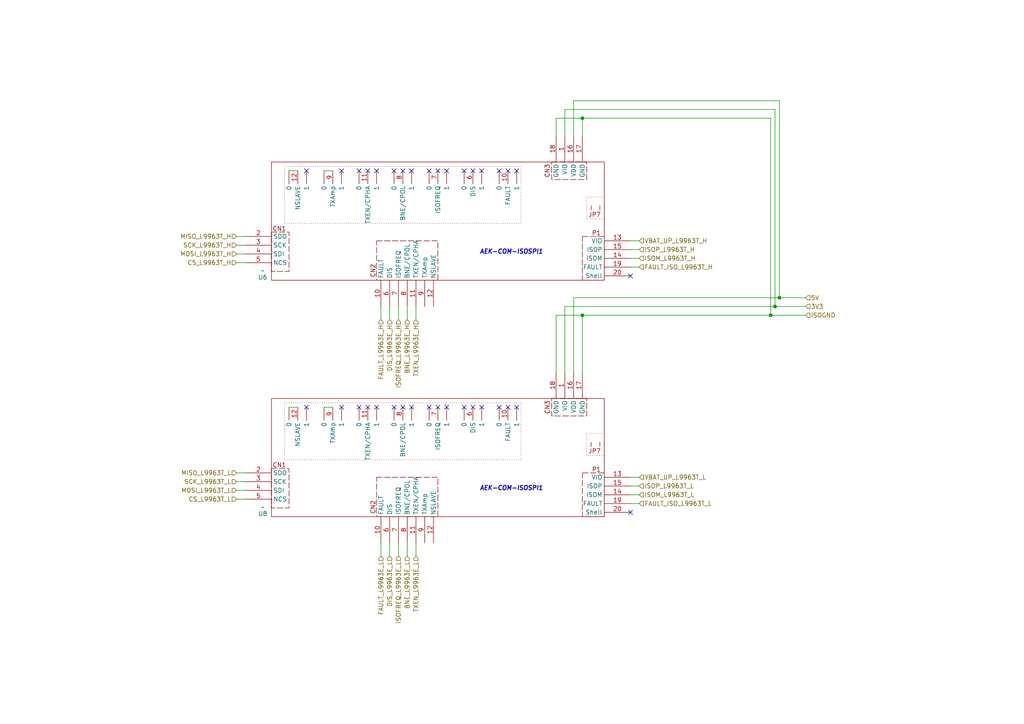
<source format=kicad_sch>
(kicad_sch (version 20250114) (generator "eeschema") (generator_version "9.0")
  (paper "A4")
  (title_block (title "Transceiver connections") (date "2025-09-20") (rev "6.0"))
  (lib_symbols
    (symbol "AEK-COM-ISOSPI1_1"
      (property "Reference" "U" (at -43.434 35.814 0))
      (symbol "AEK-COM-ISOSPI1_1_0_1"
        (rectangle (start -85.09 20.32) (end -16.51 3.81) (stroke (width 0) (type dot)))
        (rectangle (start 2.54 11.43) (end 7.62 5.08) (stroke (width 0) (type dot)))
        (pin input line (at -81.28 19.05 270) (length 3.81) (name "NSLAVE") (number "12"))
        (pin input line (at -60.96 19.05 270) (length 3.81) (name "TXEN/CPHA") (number "11"))
        (pin input line (at -54.61 -20.32 90) (length 7.62) (name "DIS") (number "6"))
        (pin input line (at -52.07 -20.32 90) (length 7.62) (name "ISOFREQ") (number "7"))
        (pin input line (at -50.8 19.05 270) (length 3.81) (name "BNE/CPOL") (number "8"))
        (pin input line (at -49.53 -20.32 90) (length 7.62) (name "BNE/CPOL") (number "8"))
        (pin input line (at -46.99 -20.32 90) (length 7.62) (name "TXEN/CPHA") (number "11"))
        (pin input line (at -41.91 -20.32 90) (length 7.62) (name "NSLAVE") (number "12"))
        (pin input line (at -40.64 19.05 270) (length 3.81) (name "ISOFREQ") (number "7"))
        (pin input line (at -30.48 19.05 270) (length 3.81) (name "DIS") (number "6"))
        (pin power_in line (at -3.81 29.21 270) (length 7.62) (name "VIO") (number "1"))
        (pin power_in line (at -1.27 29.21 270) (length 7.62) (name "VDD") (number "16"))
      )
      (symbol "AEK-COM-ISOSPI1_1_1_1"
        (rectangle (start -88.9 21.59) (end 7.62 -12.7))
        (rectangle (start -83.82 -10.16) (end -88.9 1.27) (stroke (width 0) (type dash)))
        (rectangle (start -40.64 -12.7) (end -58.42 -1.27) (stroke (width 0) (type dash)))
        (rectangle (start 1.27 -12.7) (end 7.62 0) (stroke (width 0) (type dash)))
        (rectangle (start 2.54 16.51) (end -7.62 21.59) (stroke (width 0) (type dash)))
        (text "CN1" (at -86.614 2.286 0) (effects (font (size 1.27 1.27))))
        (text "CN2\n" (at -59.436 -9.906 900) (effects (font (size 1.27 1.27))))
        (text "AEK-COM-ISOSPI1\n\n" (at -19.304 -5.334 0) (effects (font (size 1.27 1.27) (bold yes) (italic yes))))
        (text "CN3\n" (at -8.89 19.05 900) (effects (font (size 1.27 1.27))))
        (text "JP7" (at 4.826 6.35 0) (effects (font (size 1.27 1.27))))
        (text "P1" (at 5.334 1.016 0) (effects (font (size 1.27 1.27))))
        (pin output line (at -96.52 0 0) (length 7.62) (name "SDO") (number "2"))
        (pin input line (at -96.52 -2.54 0) (length 7.62) (name "SCK") (number "3"))
        (pin input line (at -96.52 -5.08 0) (length 7.62) (name "SDI") (number "4"))
        (pin input line (at -96.52 -7.62 0) (length 7.62) (name "NCS") (number "5"))
        (pin output line (at -83.82 19.05 270) (length 3.81) (name "0") (number ""))
        (pin output line (at -78.74 19.05 270) (length 3.81) (name "1") (number ""))
        (pin output line (at -73.66 19.05 270) (length 3.81) (name "0") (number ""))
        (pin input line (at -71.12 19.05 270) (length 3.81) (name "TXAmp") (number "9"))
        (pin output line (at -68.58 19.05 270) (length 3.81) (name "1") (number ""))
        (pin output line (at -63.5 19.05 270) (length 3.81) (name "0") (number ""))
        (pin output line (at -58.42 19.05 270) (length 3.81) (name "1") (number ""))
        (pin input line (at -57.15 -20.32 90) (length 7.62) (name "FAULT") (number "10"))
        (pin output line (at -53.34 19.05 270) (length 3.81) (name "0") (number ""))
        (pin output line (at -48.26 19.05 270) (length 3.81) (name "1") (number ""))
        (pin input line (at -44.45 -20.32 90) (length 7.62) (name "TXAmp") (number "9"))
        (pin output line (at -43.18 19.05 270) (length 3.81) (name "0") (number ""))
        (pin output line (at -38.1 19.05 270) (length 3.81) (name "1") (number ""))
        (pin output line (at -33.02 19.05 270) (length 3.81) (name "0") (number ""))
        (pin output line (at -27.94 19.05 270) (length 3.81) (name "1") (number ""))
        (pin output line (at -22.86 19.05 270) (length 3.81) (name "0") (number ""))
        (pin input line (at -20.32 19.05 270) (length 3.81) (name "FAULT") (number "10"))
        (pin output line (at -17.78 19.05 270) (length 3.81) (name "1") (number ""))
        (pin power_out line (at -6.35 29.21 270) (length 7.62) (name "GND") (number "18"))
        (pin power_out line (at 1.27 29.21 270) (length 7.62) (name "GND") (number "17"))
        (pin input line (at 3.81 8.89 270) (length 1.27) (name "") (number ""))
        (pin output line (at 6.35 8.89 270) (length 1.27) (name "") (number ""))
        (pin power_in line (at 15.24 -1.27 180) (length 7.62) (name "VIO") (number "13"))
        (pin bidirectional line (at 15.24 -3.81 180) (length 7.62) (name "ISOP") (number "15"))
        (pin bidirectional line (at 15.24 -6.35 180) (length 7.62) (name "ISOM") (number "14"))
        (pin power_in line (at 15.24 -8.89 180) (length 7.62) (name "FAULT") (number "19"))
        (pin power_out line (at 15.24 -11.43 180) (length 7.62) (name "Shell") (number "20"))
      )
    )
    (symbol "AEK-COM-ISOSPI1_3"
      (property "Reference" "U" (at -43.434 35.814 0))
      (symbol "AEK-COM-ISOSPI1_3_0_1"
        (rectangle (start -85.09 20.32) (end -16.51 3.81) (stroke (width 0) (type dot)))
        (rectangle (start 2.54 11.43) (end 7.62 5.08) (stroke (width 0) (type dot)))
        (pin input line (at -81.28 19.05 270) (length 3.81) (name "NSLAVE") (number "12"))
        (pin input line (at -60.96 19.05 270) (length 3.81) (name "TXEN/CPHA") (number "11"))
        (pin input line (at -54.61 -20.32 90) (length 7.62) (name "DIS") (number "6"))
        (pin input line (at -52.07 -20.32 90) (length 7.62) (name "ISOFREQ") (number "7"))
        (pin input line (at -50.8 19.05 270) (length 3.81) (name "BNE/CPOL") (number "8"))
        (pin input line (at -49.53 -20.32 90) (length 7.62) (name "BNE/CPOL") (number "8"))
        (pin input line (at -46.99 -20.32 90) (length 7.62) (name "TXEN/CPHA") (number "11"))
        (pin input line (at -41.91 -20.32 90) (length 7.62) (name "NSLAVE") (number "12"))
        (pin input line (at -40.64 19.05 270) (length 3.81) (name "ISOFREQ") (number "7"))
        (pin input line (at -30.48 19.05 270) (length 3.81) (name "DIS") (number "6"))
        (pin power_in line (at -3.81 29.21 270) (length 7.62) (name "VIO") (number "1"))
        (pin power_in line (at -1.27 29.21 270) (length 7.62) (name "VDD") (number "16"))
      )
      (symbol "AEK-COM-ISOSPI1_3_1_1"
        (rectangle (start -88.9 21.59) (end 7.62 -12.7))
        (rectangle (start -83.82 -10.16) (end -88.9 1.27) (stroke (width 0) (type dash)))
        (rectangle (start -40.64 -12.7) (end -58.42 -1.27) (stroke (width 0) (type dash)))
        (rectangle (start 1.27 -12.7) (end 7.62 0) (stroke (width 0) (type dash)))
        (rectangle (start 2.54 16.51) (end -7.62 21.59) (stroke (width 0) (type dash)))
        (text "CN1" (at -86.614 2.286 0) (effects (font (size 1.27 1.27))))
        (text "CN2\n" (at -59.436 -9.906 900) (effects (font (size 1.27 1.27))))
        (text "AEK-COM-ISOSPI1\n\n" (at -19.304 -5.334 0) (effects (font (size 1.27 1.27) (bold yes) (italic yes))))
        (text "CN3\n" (at -8.89 19.05 900) (effects (font (size 1.27 1.27))))
        (text "JP7" (at 4.826 6.35 0) (effects (font (size 1.27 1.27))))
        (text "P1" (at 5.334 1.016 0) (effects (font (size 1.27 1.27))))
        (pin output line (at -96.52 0 0) (length 7.62) (name "SDO") (number "2"))
        (pin input line (at -96.52 -2.54 0) (length 7.62) (name "SCK") (number "3"))
        (pin input line (at -96.52 -5.08 0) (length 7.62) (name "SDI") (number "4"))
        (pin input line (at -96.52 -7.62 0) (length 7.62) (name "NCS") (number "5"))
        (pin output line (at -83.82 19.05 270) (length 3.81) (name "0") (number ""))
        (pin output line (at -78.74 19.05 270) (length 3.81) (name "1") (number ""))
        (pin output line (at -73.66 19.05 270) (length 3.81) (name "0") (number ""))
        (pin input line (at -71.12 19.05 270) (length 3.81) (name "TXAmp") (number "9"))
        (pin output line (at -68.58 19.05 270) (length 3.81) (name "1") (number ""))
        (pin output line (at -63.5 19.05 270) (length 3.81) (name "0") (number ""))
        (pin output line (at -58.42 19.05 270) (length 3.81) (name "1") (number ""))
        (pin input line (at -57.15 -20.32 90) (length 7.62) (name "FAULT") (number "10"))
        (pin output line (at -53.34 19.05 270) (length 3.81) (name "0") (number ""))
        (pin output line (at -48.26 19.05 270) (length 3.81) (name "1") (number ""))
        (pin input line (at -44.45 -20.32 90) (length 7.62) (name "TXAmp") (number "9"))
        (pin output line (at -43.18 19.05 270) (length 3.81) (name "0") (number ""))
        (pin output line (at -38.1 19.05 270) (length 3.81) (name "1") (number ""))
        (pin output line (at -33.02 19.05 270) (length 3.81) (name "0") (number ""))
        (pin output line (at -27.94 19.05 270) (length 3.81) (name "1") (number ""))
        (pin output line (at -22.86 19.05 270) (length 3.81) (name "0") (number ""))
        (pin input line (at -20.32 19.05 270) (length 3.81) (name "FAULT") (number "10"))
        (pin output line (at -17.78 19.05 270) (length 3.81) (name "1") (number ""))
        (pin power_out line (at -6.35 29.21 270) (length 7.62) (name "GND") (number "18"))
        (pin power_out line (at 1.27 29.21 270) (length 7.62) (name "GND") (number "17"))
        (pin input line (at 3.81 8.89 270) (length 1.27) (name "") (number ""))
        (pin output line (at 6.35 8.89 270) (length 1.27) (name "") (number ""))
        (pin power_in line (at 15.24 -1.27 180) (length 7.62) (name "VIO") (number "13"))
        (pin bidirectional line (at 15.24 -3.81 180) (length 7.62) (name "ISOP") (number "15"))
        (pin bidirectional line (at 15.24 -6.35 180) (length 7.62) (name "ISOM") (number "14"))
        (pin power_in line (at 15.24 -8.89 180) (length 7.62) (name "FAULT") (number "19"))
        (pin power_out line (at 15.24 -11.43 180) (length 7.62) (name "Shell") (number "20"))
      )
    )
  )
  (junction (at 224.79 88.9))
  (junction (at 226.06 86.36))
  (junction (at 168.91 91.44))
  (junction (at 168.91 34.29))
  (junction (at 223.52 91.44))
  (no_connect (at 99.06 49.53))
  (no_connect (at 129.54 118.11))
  (no_connect (at 104.14 118.11))
  (no_connect (at 144.78 49.53))
  (no_connect (at 182.88 148.59))
  (no_connect (at 116.84 118.11))
  (no_connect (at 114.3 118.11))
  (no_connect (at 114.3 49.53))
  (no_connect (at 106.68 118.11))
  (no_connect (at 109.22 49.53))
  (no_connect (at 129.54 49.53))
  (no_connect (at 88.9 49.53))
  (no_connect (at 139.7 49.53))
  (no_connect (at 149.86 49.53))
  (no_connect (at 127 118.11))
  (no_connect (at 137.16 118.11))
  (no_connect (at 106.68 49.53))
  (no_connect (at 147.32 49.53))
  (no_connect (at 116.84 49.53))
  (no_connect (at 134.62 49.53))
  (no_connect (at 124.46 118.11))
  (no_connect (at 139.7 118.11))
  (no_connect (at 119.38 118.11))
  (no_connect (at 109.22 118.11))
  (no_connect (at 147.32 118.11))
  (no_connect (at 127 49.53))
  (no_connect (at 182.88 80.01))
  (no_connect (at 99.06 118.11))
  (no_connect (at 144.78 118.11))
  (no_connect (at 88.9 118.11))
  (no_connect (at 119.38 49.53))
  (no_connect (at 137.16 49.53))
  (no_connect (at 149.86 118.11))
  (no_connect (at 104.14 49.53))
  (no_connect (at 124.46 49.53))
  (no_connect (at 134.62 118.11))
  (wire (pts (xy 226.06 29.21) (xy 226.06 86.36)))
  (wire (pts (xy 96.52 49.53) (xy 93.98 49.53)))
  (wire (pts (xy 115.57 161.29) (xy 115.57 157.48)))
  (wire (pts (xy 163.83 31.75) (xy 224.79 31.75)))
  (wire (pts (xy 223.52 34.29) (xy 223.52 91.44)))
  (wire (pts (xy 68.58 71.12) (xy 71.12 71.12)))
  (wire (pts (xy 233.68 88.9) (xy 224.79 88.9)))
  (wire (pts (xy 118.11 92.71) (xy 118.11 88.9)))
  (wire (pts (xy 166.37 39.37) (xy 166.37 29.21)))
  (wire (pts (xy 185.42 146.05) (xy 182.88 146.05)))
  (wire (pts (xy 110.49 161.29) (xy 110.49 157.48)))
  (wire (pts (xy 110.49 92.71) (xy 110.49 88.9)))
  (wire (pts (xy 224.79 88.9) (xy 224.79 31.75)))
  (wire (pts (xy 185.42 140.97) (xy 182.88 140.97)))
  (wire (pts (xy 163.83 88.9) (xy 163.83 107.95)))
  (wire (pts (xy 68.58 142.24) (xy 71.12 142.24)))
  (wire (pts (xy 168.91 34.29) (xy 223.52 34.29)))
  (wire (pts (xy 113.03 92.71) (xy 113.03 88.9)))
  (wire (pts (xy 168.91 107.95) (xy 168.91 91.44)))
  (wire (pts (xy 161.29 91.44) (xy 161.29 107.95)))
  (wire (pts (xy 226.06 86.36) (xy 233.68 86.36)))
  (wire (pts (xy 166.37 107.95) (xy 166.37 86.36)))
  (wire (pts (xy 168.91 34.29) (xy 161.29 34.29)))
  (wire (pts (xy 68.58 139.7) (xy 71.12 139.7)))
  (wire (pts (xy 168.91 91.44) (xy 161.29 91.44)))
  (wire (pts (xy 185.42 72.39) (xy 182.88 72.39)))
  (wire (pts (xy 96.52 118.11) (xy 93.98 118.11)))
  (wire (pts (xy 185.42 74.93) (xy 182.88 74.93)))
  (wire (pts (xy 168.91 39.37) (xy 168.91 34.29)))
  (wire (pts (xy 118.11 161.29) (xy 118.11 157.48)))
  (wire (pts (xy 185.42 138.43) (xy 182.88 138.43)))
  (wire (pts (xy 166.37 86.36) (xy 226.06 86.36)))
  (wire (pts (xy 168.91 91.44) (xy 223.52 91.44)))
  (wire (pts (xy 68.58 76.2) (xy 71.12 76.2)))
  (wire (pts (xy 115.57 92.71) (xy 115.57 88.9)))
  (wire (pts (xy 120.65 161.29) (xy 120.65 157.48)))
  (wire (pts (xy 68.58 68.58) (xy 71.12 68.58)))
  (wire (pts (xy 161.29 34.29) (xy 161.29 39.37)))
  (wire (pts (xy 68.58 144.78) (xy 71.12 144.78)))
  (wire (pts (xy 113.03 161.29) (xy 113.03 157.48)))
  (wire (pts (xy 163.83 31.75) (xy 163.83 39.37)))
  (wire (pts (xy 185.42 143.51) (xy 182.88 143.51)))
  (wire (pts (xy 86.36 49.53) (xy 83.82 49.53)))
  (wire (pts (xy 86.36 118.11) (xy 83.82 118.11)))
  (wire (pts (xy 166.37 29.21) (xy 226.06 29.21)))
  (wire (pts (xy 185.42 77.47) (xy 182.88 77.47)))
  (wire (pts (xy 223.52 91.44) (xy 233.68 91.44)))
  (wire (pts (xy 68.58 137.16) (xy 71.12 137.16)))
  (wire (pts (xy 120.65 92.71) (xy 120.65 88.9)))
  (wire (pts (xy 224.79 88.9) (xy 163.83 88.9)))
  (wire (pts (xy 68.58 73.66) (xy 71.12 73.66)))
  (wire (pts (xy 185.42 69.85) (xy 182.88 69.85)))
  (global_label "FAULT_L9963T_1" (shape input) (at -36.83 109.22 270) (property "Intersheetrefs" "${INTERSHEET_REFS}" (effects (hide yes))))
  (global_label "BNE{slash}CPOL_L9963T_1" (shape input) (at -29.21 109.22 270) (property "Intersheetrefs" "${INTERSHEET_REFS}" (effects (hide yes))))
  (global_label "FAULT_L9963T_2" (shape input) (at -38.1 152.4 270) (property "Intersheetrefs" "${INTERSHEET_REFS}" (effects (hide yes))))
  (global_label "NSLAVE_L9963T_2" (shape input) (at -22.86 152.4 270) (property "Intersheetrefs" "${INTERSHEET_REFS}" (effects (hide yes))))
  (global_label "TXEN{slash}CPHA_L9963T_1" (shape input) (at -26.67 109.22 270) (property "Intersheetrefs" "${INTERSHEET_REFS}" (effects (hide yes))))
  (global_label "TXAmp_L9963T_2" (shape input) (at -25.4 152.4 270) (property "Intersheetrefs" "${INTERSHEET_REFS}" (effects (hide yes))))
  (global_label "NSLAVE_L9963T_1" (shape input) (at -21.59 109.22 270) (property "Intersheetrefs" "${INTERSHEET_REFS}" (effects (hide yes))))
  (global_label "ISOFreq_L9963T_2" (shape input) (at -33.02 152.4 270) (property "Intersheetrefs" "${INTERSHEET_REFS}" (effects (hide yes))))
  (global_label "TXAmp_L9963T_1" (shape input) (at -24.13 109.22 270) (property "Intersheetrefs" "${INTERSHEET_REFS}" (effects (hide yes))))
  (global_label "DIS_L9963T_1" (shape input) (at -34.29 109.22 270) (property "Intersheetrefs" "${INTERSHEET_REFS}" (effects (hide yes))))
  (global_label "ISOFreq_L9963T_1" (shape input) (at -31.75 109.22 270) (property "Intersheetrefs" "${INTERSHEET_REFS}" (effects (hide yes))))
  (global_label "BNE{slash}CPOL_L9963T_2" (shape input) (at -30.48 152.4 270) (property "Intersheetrefs" "${INTERSHEET_REFS}" (effects (hide yes))))
  (global_label "DIS_L9963T_2" (shape input) (at -35.56 152.4 270) (property "Intersheetrefs" "${INTERSHEET_REFS}" (effects (hide yes))))
  (global_label "TXEN{slash}CPHA_L9963T_2" (shape input) (at -27.94 152.4 270) (property "Intersheetrefs" "${INTERSHEET_REFS}" (effects (hide yes))))
  (hierarchical_label "ISOFREQ_L9963E_L" (shape input) (at 115.57 161.29 270))
  (hierarchical_label "TXEN_L9963E_L" (shape input) (at 120.65 161.29 270))
  (hierarchical_label "5V" (shape input) (at 233.68 86.36 0))
  (hierarchical_label "ISOGND" (shape input) (at 233.68 91.44 0))
  (hierarchical_label "SCK_L9963T_L" (shape input) (at 68.58 139.7 180))
  (hierarchical_label "FAULT_L9963E_L" (shape input) (at 110.49 161.29 270))
  (hierarchical_label "ISOP_L9963T_L" (shape input) (at 185.42 140.97 0))
  (hierarchical_label "MOSI_L9963T_L" (shape input) (at 68.58 142.24 180))
  (hierarchical_label "MOSI_L9963T_H" (shape input) (at 68.58 73.66 180))
  (hierarchical_label "DIS_L9963E_H" (shape input) (at 113.03 92.71 270))
  (hierarchical_label "FAULT_ISO_L9963T_L" (shape input) (at 185.42 146.05 0))
  (hierarchical_label "ISOM_L9963T_L" (shape input) (at 185.42 143.51 0))
  (hierarchical_label "BNE_L9963E_H" (shape input) (at 118.11 92.71 270))
  (hierarchical_label "SCK_L9963T_H" (shape input) (at 68.58 71.12 180))
  (hierarchical_label "3V3" (shape input) (at 233.68 88.9 0))
  (hierarchical_label "BNE_L9963E_L" (shape input) (at 118.11 161.29 270))
  (hierarchical_label "VBAT_UP_L9963T_H" (shape input) (at 185.42 69.85 0))
  (hierarchical_label "ISOFREQ_L9963E_H" (shape input) (at 115.57 92.71 270))
  (hierarchical_label "FAULT_ISO_L9963T_H" (shape input) (at 185.42 77.47 0))
  (hierarchical_label "ISOM_L9963T_H" (shape input) (at 185.42 74.93 0))
  (hierarchical_label "DIS_L9963E_L" (shape input) (at 113.03 161.29 270))
  (hierarchical_label "TXEN_L9963E_H" (shape input) (at 120.65 92.71 270))
  (hierarchical_label "CS_L9963T_L" (shape input) (at 68.58 144.78 180))
  (hierarchical_label "CS_L9963T_H" (shape input) (at 68.58 76.2 180))
  (hierarchical_label "MISO_L9963T_L" (shape input) (at 68.58 137.16 180))
  (hierarchical_label "VBAT_UP_L9963T_L" (shape input) (at 185.42 138.43 0))
  (hierarchical_label "MISO_L9963T_H" (shape input) (at 68.58 68.58 180))
  (hierarchical_label "ISOP_L9963T_H" (shape input) (at 185.42 72.39 0))
  (hierarchical_label "FAULT_L9963E_H" (shape input) (at 110.49 92.71 270))
  (symbol (lib_name "AEK-COM-ISOSPI1_1") (lib_id "ArchimedeSRL:AEK-COM-ISOSPI1") (at 167.64 137.16 0) (unit 1)
    (property "Reference" "U8" (at 76.2 149.0062 0))
    (property "Value" "~" (at 76.2 147.1011 0))
  )
  (symbol (lib_name "AEK-COM-ISOSPI1_3") (lib_id "ArchimedeSRL:AEK-COM-ISOSPI1") (at 167.64 68.58 0) (unit 1)
    (property "Reference" "U6" (at 76.2 80.4262 0))
    (property "Value" "~" (at 76.2 78.5211 0))
  )
)
</source>
